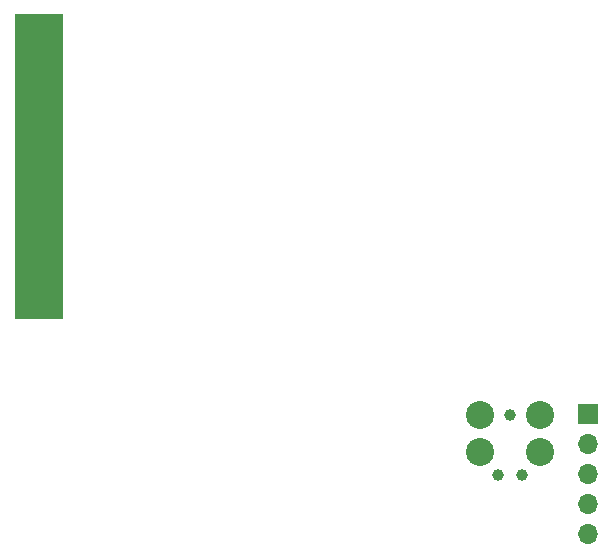
<source format=gbr>
%TF.GenerationSoftware,KiCad,Pcbnew,8.0.1*%
%TF.CreationDate,2024-05-16T01:37:04-04:00*%
%TF.ProjectId,opensauce2024,6f70656e-7361-4756-9365-323032342e6b,rev?*%
%TF.SameCoordinates,Original*%
%TF.FileFunction,Soldermask,Bot*%
%TF.FilePolarity,Negative*%
%FSLAX46Y46*%
G04 Gerber Fmt 4.6, Leading zero omitted, Abs format (unit mm)*
G04 Created by KiCad (PCBNEW 8.0.1) date 2024-05-16 01:37:04*
%MOMM*%
%LPD*%
G01*
G04 APERTURE LIST*
%ADD10C,0.100000*%
%ADD11C,2.374900*%
%ADD12C,0.990600*%
%ADD13R,1.700000X1.700000*%
%ADD14O,1.700000X1.700000*%
G04 APERTURE END LIST*
D10*
X117000000Y-59000000D02*
X121000000Y-59000000D01*
X121000000Y-84750000D01*
X117000000Y-84750000D01*
X117000000Y-59000000D01*
G36*
X117000000Y-59000000D02*
G01*
X121000000Y-59000000D01*
X121000000Y-84750000D01*
X117000000Y-84750000D01*
X117000000Y-59000000D01*
G37*
D11*
%TO.C,J1*%
X161405000Y-92920000D03*
D12*
X158865000Y-92920000D03*
D11*
X156325000Y-92920000D03*
X161405000Y-96095000D03*
X156325000Y-96095000D03*
D12*
X159881000Y-98000000D03*
X157849000Y-98000000D03*
%TD*%
D13*
%TO.C,J2*%
X165500000Y-92840000D03*
D14*
X165500000Y-95380000D03*
X165500000Y-97920000D03*
X165500000Y-100460000D03*
X165500000Y-103000000D03*
%TD*%
M02*

</source>
